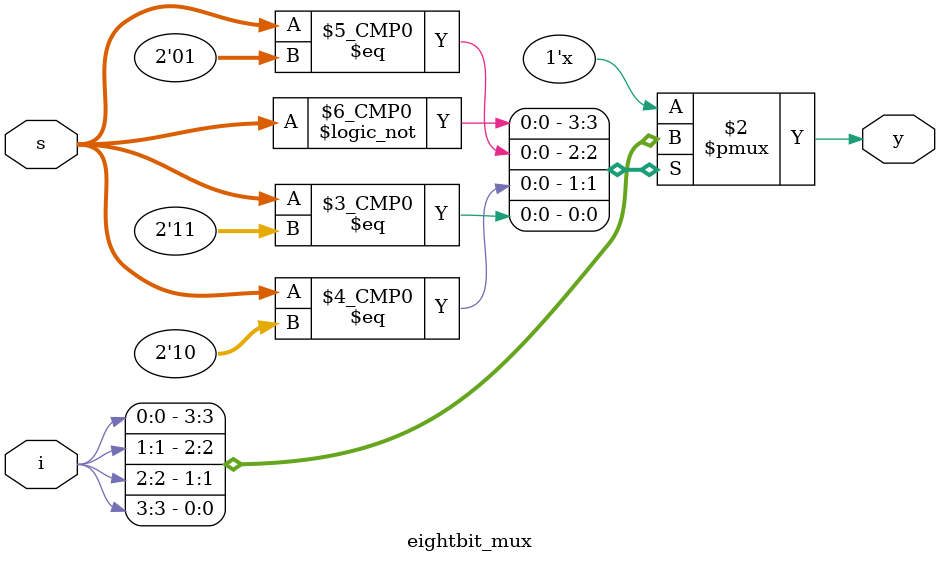
<source format=v>
module eightbit_mux(s,i,y);
    input [1:0]s;
    input [7:0]i;
    output y;
    reg y;
    always@(*)
    begin
        case(s)
            3'b000: y<=i[0];
            3'b001: y<=i[1];
            3'b010: y<=i[2];
            3'b011: y<=i[3];
            3'b100: y<=i[4];
            3'b101: y<=i[5];
            3'b110: y<=i[6];
            3'b111: y<=i[7];
        endcase
    end
endmodule

</source>
